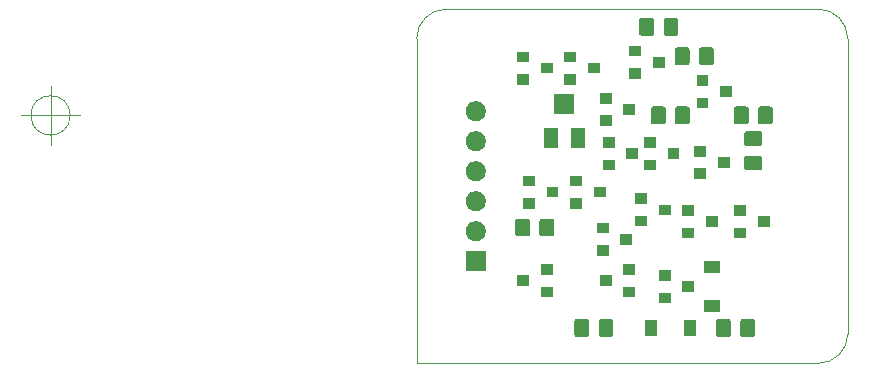
<source format=gbr>
G04 #@! TF.GenerationSoftware,KiCad,Pcbnew,5.1.2*
G04 #@! TF.CreationDate,2019-05-24T19:47:36-03:00*
G04 #@! TF.ProjectId,ouroboros,6f75726f-626f-4726-9f73-2e6b69636164,rev?*
G04 #@! TF.SameCoordinates,Original*
G04 #@! TF.FileFunction,Soldermask,Top*
G04 #@! TF.FilePolarity,Negative*
%FSLAX46Y46*%
G04 Gerber Fmt 4.6, Leading zero omitted, Abs format (unit mm)*
G04 Created by KiCad (PCBNEW 5.1.2) date 2019-05-24 19:47:36*
%MOMM*%
%LPD*%
G04 APERTURE LIST*
%ADD10C,0.120000*%
%ADD11C,0.050000*%
%ADD12C,0.200000*%
G04 APERTURE END LIST*
D10*
X123000000Y-59000000D02*
G75*
G02X125500000Y-61500000I0J-2500000D01*
G01*
X125500000Y-86500000D02*
G75*
G02X123000000Y-89000000I-2500000J0D01*
G01*
X89000000Y-61500000D02*
G75*
G02X91500000Y-59000000I2500000J0D01*
G01*
D11*
X59666666Y-68000000D02*
G75*
G03X59666666Y-68000000I-1666666J0D01*
G01*
X55500000Y-68000000D02*
X60500000Y-68000000D01*
X58000000Y-65500000D02*
X58000000Y-70500000D01*
D10*
X89000000Y-89000000D02*
X89000000Y-61500000D01*
X123000000Y-89000000D02*
X89000000Y-89000000D01*
X125500000Y-61500000D02*
X125500000Y-86500000D01*
X91500000Y-59000000D02*
X123000000Y-59000000D01*
D12*
G36*
X117488674Y-85253465D02*
G01*
X117526367Y-85264899D01*
X117561103Y-85283466D01*
X117591548Y-85308452D01*
X117616534Y-85338897D01*
X117635101Y-85373633D01*
X117646535Y-85411326D01*
X117651000Y-85456661D01*
X117651000Y-86543339D01*
X117646535Y-86588674D01*
X117635101Y-86626367D01*
X117616534Y-86661103D01*
X117591548Y-86691548D01*
X117561103Y-86716534D01*
X117526367Y-86735101D01*
X117488674Y-86746535D01*
X117443339Y-86751000D01*
X116606661Y-86751000D01*
X116561326Y-86746535D01*
X116523633Y-86735101D01*
X116488897Y-86716534D01*
X116458452Y-86691548D01*
X116433466Y-86661103D01*
X116414899Y-86626367D01*
X116403465Y-86588674D01*
X116399000Y-86543339D01*
X116399000Y-85456661D01*
X116403465Y-85411326D01*
X116414899Y-85373633D01*
X116433466Y-85338897D01*
X116458452Y-85308452D01*
X116488897Y-85283466D01*
X116523633Y-85264899D01*
X116561326Y-85253465D01*
X116606661Y-85249000D01*
X117443339Y-85249000D01*
X117488674Y-85253465D01*
X117488674Y-85253465D01*
G37*
G36*
X115438674Y-85253465D02*
G01*
X115476367Y-85264899D01*
X115511103Y-85283466D01*
X115541548Y-85308452D01*
X115566534Y-85338897D01*
X115585101Y-85373633D01*
X115596535Y-85411326D01*
X115601000Y-85456661D01*
X115601000Y-86543339D01*
X115596535Y-86588674D01*
X115585101Y-86626367D01*
X115566534Y-86661103D01*
X115541548Y-86691548D01*
X115511103Y-86716534D01*
X115476367Y-86735101D01*
X115438674Y-86746535D01*
X115393339Y-86751000D01*
X114556661Y-86751000D01*
X114511326Y-86746535D01*
X114473633Y-86735101D01*
X114438897Y-86716534D01*
X114408452Y-86691548D01*
X114383466Y-86661103D01*
X114364899Y-86626367D01*
X114353465Y-86588674D01*
X114349000Y-86543339D01*
X114349000Y-85456661D01*
X114353465Y-85411326D01*
X114364899Y-85373633D01*
X114383466Y-85338897D01*
X114408452Y-85308452D01*
X114438897Y-85283466D01*
X114473633Y-85264899D01*
X114511326Y-85253465D01*
X114556661Y-85249000D01*
X115393339Y-85249000D01*
X115438674Y-85253465D01*
X115438674Y-85253465D01*
G37*
G36*
X103438674Y-85253465D02*
G01*
X103476367Y-85264899D01*
X103511103Y-85283466D01*
X103541548Y-85308452D01*
X103566534Y-85338897D01*
X103585101Y-85373633D01*
X103596535Y-85411326D01*
X103601000Y-85456661D01*
X103601000Y-86543339D01*
X103596535Y-86588674D01*
X103585101Y-86626367D01*
X103566534Y-86661103D01*
X103541548Y-86691548D01*
X103511103Y-86716534D01*
X103476367Y-86735101D01*
X103438674Y-86746535D01*
X103393339Y-86751000D01*
X102556661Y-86751000D01*
X102511326Y-86746535D01*
X102473633Y-86735101D01*
X102438897Y-86716534D01*
X102408452Y-86691548D01*
X102383466Y-86661103D01*
X102364899Y-86626367D01*
X102353465Y-86588674D01*
X102349000Y-86543339D01*
X102349000Y-85456661D01*
X102353465Y-85411326D01*
X102364899Y-85373633D01*
X102383466Y-85338897D01*
X102408452Y-85308452D01*
X102438897Y-85283466D01*
X102473633Y-85264899D01*
X102511326Y-85253465D01*
X102556661Y-85249000D01*
X103393339Y-85249000D01*
X103438674Y-85253465D01*
X103438674Y-85253465D01*
G37*
G36*
X105488674Y-85253465D02*
G01*
X105526367Y-85264899D01*
X105561103Y-85283466D01*
X105591548Y-85308452D01*
X105616534Y-85338897D01*
X105635101Y-85373633D01*
X105646535Y-85411326D01*
X105651000Y-85456661D01*
X105651000Y-86543339D01*
X105646535Y-86588674D01*
X105635101Y-86626367D01*
X105616534Y-86661103D01*
X105591548Y-86691548D01*
X105561103Y-86716534D01*
X105526367Y-86735101D01*
X105488674Y-86746535D01*
X105443339Y-86751000D01*
X104606661Y-86751000D01*
X104561326Y-86746535D01*
X104523633Y-86735101D01*
X104488897Y-86716534D01*
X104458452Y-86691548D01*
X104433466Y-86661103D01*
X104414899Y-86626367D01*
X104403465Y-86588674D01*
X104399000Y-86543339D01*
X104399000Y-85456661D01*
X104403465Y-85411326D01*
X104414899Y-85373633D01*
X104433466Y-85338897D01*
X104458452Y-85308452D01*
X104488897Y-85283466D01*
X104523633Y-85264899D01*
X104561326Y-85253465D01*
X104606661Y-85249000D01*
X105443339Y-85249000D01*
X105488674Y-85253465D01*
X105488674Y-85253465D01*
G37*
G36*
X109351000Y-86651000D02*
G01*
X108349000Y-86651000D01*
X108349000Y-85349000D01*
X109351000Y-85349000D01*
X109351000Y-86651000D01*
X109351000Y-86651000D01*
G37*
G36*
X112651000Y-86651000D02*
G01*
X111649000Y-86651000D01*
X111649000Y-85349000D01*
X112651000Y-85349000D01*
X112651000Y-86651000D01*
X112651000Y-86651000D01*
G37*
G36*
X114651000Y-84651000D02*
G01*
X113349000Y-84651000D01*
X113349000Y-83649000D01*
X114651000Y-83649000D01*
X114651000Y-84651000D01*
X114651000Y-84651000D01*
G37*
G36*
X110501000Y-83901000D02*
G01*
X109499000Y-83901000D01*
X109499000Y-82999000D01*
X110501000Y-82999000D01*
X110501000Y-83901000D01*
X110501000Y-83901000D01*
G37*
G36*
X107501000Y-83401000D02*
G01*
X106499000Y-83401000D01*
X106499000Y-82499000D01*
X107501000Y-82499000D01*
X107501000Y-83401000D01*
X107501000Y-83401000D01*
G37*
G36*
X100501000Y-83401000D02*
G01*
X99499000Y-83401000D01*
X99499000Y-82499000D01*
X100501000Y-82499000D01*
X100501000Y-83401000D01*
X100501000Y-83401000D01*
G37*
G36*
X112501000Y-82951000D02*
G01*
X111499000Y-82951000D01*
X111499000Y-82049000D01*
X112501000Y-82049000D01*
X112501000Y-82951000D01*
X112501000Y-82951000D01*
G37*
G36*
X98501000Y-82451000D02*
G01*
X97499000Y-82451000D01*
X97499000Y-81549000D01*
X98501000Y-81549000D01*
X98501000Y-82451000D01*
X98501000Y-82451000D01*
G37*
G36*
X105501000Y-82451000D02*
G01*
X104499000Y-82451000D01*
X104499000Y-81549000D01*
X105501000Y-81549000D01*
X105501000Y-82451000D01*
X105501000Y-82451000D01*
G37*
G36*
X110501000Y-82001000D02*
G01*
X109499000Y-82001000D01*
X109499000Y-81099000D01*
X110501000Y-81099000D01*
X110501000Y-82001000D01*
X110501000Y-82001000D01*
G37*
G36*
X107501000Y-81501000D02*
G01*
X106499000Y-81501000D01*
X106499000Y-80599000D01*
X107501000Y-80599000D01*
X107501000Y-81501000D01*
X107501000Y-81501000D01*
G37*
G36*
X100501000Y-81501000D02*
G01*
X99499000Y-81501000D01*
X99499000Y-80599000D01*
X100501000Y-80599000D01*
X100501000Y-81501000D01*
X100501000Y-81501000D01*
G37*
G36*
X114651000Y-81351000D02*
G01*
X113349000Y-81351000D01*
X113349000Y-80349000D01*
X114651000Y-80349000D01*
X114651000Y-81351000D01*
X114651000Y-81351000D01*
G37*
G36*
X94851000Y-81201000D02*
G01*
X93149000Y-81201000D01*
X93149000Y-79499000D01*
X94851000Y-79499000D01*
X94851000Y-81201000D01*
X94851000Y-81201000D01*
G37*
G36*
X105251000Y-79901000D02*
G01*
X104249000Y-79901000D01*
X104249000Y-78999000D01*
X105251000Y-78999000D01*
X105251000Y-79901000D01*
X105251000Y-79901000D01*
G37*
G36*
X107251000Y-78951000D02*
G01*
X106249000Y-78951000D01*
X106249000Y-78049000D01*
X107251000Y-78049000D01*
X107251000Y-78951000D01*
X107251000Y-78951000D01*
G37*
G36*
X94248228Y-76991703D02*
G01*
X94403100Y-77055853D01*
X94542481Y-77148985D01*
X94661015Y-77267519D01*
X94754147Y-77406900D01*
X94818297Y-77561772D01*
X94851000Y-77726184D01*
X94851000Y-77893816D01*
X94818297Y-78058228D01*
X94754147Y-78213100D01*
X94661015Y-78352481D01*
X94542481Y-78471015D01*
X94403100Y-78564147D01*
X94248228Y-78628297D01*
X94083816Y-78661000D01*
X93916184Y-78661000D01*
X93751772Y-78628297D01*
X93596900Y-78564147D01*
X93457519Y-78471015D01*
X93338985Y-78352481D01*
X93245853Y-78213100D01*
X93181703Y-78058228D01*
X93149000Y-77893816D01*
X93149000Y-77726184D01*
X93181703Y-77561772D01*
X93245853Y-77406900D01*
X93338985Y-77267519D01*
X93457519Y-77148985D01*
X93596900Y-77055853D01*
X93751772Y-76991703D01*
X93916184Y-76959000D01*
X94083816Y-76959000D01*
X94248228Y-76991703D01*
X94248228Y-76991703D01*
G37*
G36*
X112501000Y-78401000D02*
G01*
X111499000Y-78401000D01*
X111499000Y-77499000D01*
X112501000Y-77499000D01*
X112501000Y-78401000D01*
X112501000Y-78401000D01*
G37*
G36*
X116901000Y-78401000D02*
G01*
X115899000Y-78401000D01*
X115899000Y-77499000D01*
X116901000Y-77499000D01*
X116901000Y-78401000D01*
X116901000Y-78401000D01*
G37*
G36*
X100488674Y-76753465D02*
G01*
X100526367Y-76764899D01*
X100561103Y-76783466D01*
X100591548Y-76808452D01*
X100616534Y-76838897D01*
X100635101Y-76873633D01*
X100646535Y-76911326D01*
X100651000Y-76956661D01*
X100651000Y-78043339D01*
X100646535Y-78088674D01*
X100635101Y-78126367D01*
X100616534Y-78161103D01*
X100591548Y-78191548D01*
X100561103Y-78216534D01*
X100526367Y-78235101D01*
X100488674Y-78246535D01*
X100443339Y-78251000D01*
X99606661Y-78251000D01*
X99561326Y-78246535D01*
X99523633Y-78235101D01*
X99488897Y-78216534D01*
X99458452Y-78191548D01*
X99433466Y-78161103D01*
X99414899Y-78126367D01*
X99403465Y-78088674D01*
X99399000Y-78043339D01*
X99399000Y-76956661D01*
X99403465Y-76911326D01*
X99414899Y-76873633D01*
X99433466Y-76838897D01*
X99458452Y-76808452D01*
X99488897Y-76783466D01*
X99523633Y-76764899D01*
X99561326Y-76753465D01*
X99606661Y-76749000D01*
X100443339Y-76749000D01*
X100488674Y-76753465D01*
X100488674Y-76753465D01*
G37*
G36*
X98438674Y-76753465D02*
G01*
X98476367Y-76764899D01*
X98511103Y-76783466D01*
X98541548Y-76808452D01*
X98566534Y-76838897D01*
X98585101Y-76873633D01*
X98596535Y-76911326D01*
X98601000Y-76956661D01*
X98601000Y-78043339D01*
X98596535Y-78088674D01*
X98585101Y-78126367D01*
X98566534Y-78161103D01*
X98541548Y-78191548D01*
X98511103Y-78216534D01*
X98476367Y-78235101D01*
X98438674Y-78246535D01*
X98393339Y-78251000D01*
X97556661Y-78251000D01*
X97511326Y-78246535D01*
X97473633Y-78235101D01*
X97438897Y-78216534D01*
X97408452Y-78191548D01*
X97383466Y-78161103D01*
X97364899Y-78126367D01*
X97353465Y-78088674D01*
X97349000Y-78043339D01*
X97349000Y-76956661D01*
X97353465Y-76911326D01*
X97364899Y-76873633D01*
X97383466Y-76838897D01*
X97408452Y-76808452D01*
X97438897Y-76783466D01*
X97473633Y-76764899D01*
X97511326Y-76753465D01*
X97556661Y-76749000D01*
X98393339Y-76749000D01*
X98438674Y-76753465D01*
X98438674Y-76753465D01*
G37*
G36*
X105251000Y-78001000D02*
G01*
X104249000Y-78001000D01*
X104249000Y-77099000D01*
X105251000Y-77099000D01*
X105251000Y-78001000D01*
X105251000Y-78001000D01*
G37*
G36*
X118901000Y-77451000D02*
G01*
X117899000Y-77451000D01*
X117899000Y-76549000D01*
X118901000Y-76549000D01*
X118901000Y-77451000D01*
X118901000Y-77451000D01*
G37*
G36*
X114501000Y-77451000D02*
G01*
X113499000Y-77451000D01*
X113499000Y-76549000D01*
X114501000Y-76549000D01*
X114501000Y-77451000D01*
X114501000Y-77451000D01*
G37*
G36*
X108501000Y-77401000D02*
G01*
X107499000Y-77401000D01*
X107499000Y-76499000D01*
X108501000Y-76499000D01*
X108501000Y-77401000D01*
X108501000Y-77401000D01*
G37*
G36*
X112501000Y-76501000D02*
G01*
X111499000Y-76501000D01*
X111499000Y-75599000D01*
X112501000Y-75599000D01*
X112501000Y-76501000D01*
X112501000Y-76501000D01*
G37*
G36*
X116901000Y-76501000D02*
G01*
X115899000Y-76501000D01*
X115899000Y-75599000D01*
X116901000Y-75599000D01*
X116901000Y-76501000D01*
X116901000Y-76501000D01*
G37*
G36*
X110501000Y-76451000D02*
G01*
X109499000Y-76451000D01*
X109499000Y-75549000D01*
X110501000Y-75549000D01*
X110501000Y-76451000D01*
X110501000Y-76451000D01*
G37*
G36*
X94248228Y-74451703D02*
G01*
X94403100Y-74515853D01*
X94542481Y-74608985D01*
X94661015Y-74727519D01*
X94754147Y-74866900D01*
X94818297Y-75021772D01*
X94851000Y-75186184D01*
X94851000Y-75353816D01*
X94818297Y-75518228D01*
X94754147Y-75673100D01*
X94661015Y-75812481D01*
X94542481Y-75931015D01*
X94403100Y-76024147D01*
X94248228Y-76088297D01*
X94083816Y-76121000D01*
X93916184Y-76121000D01*
X93751772Y-76088297D01*
X93596900Y-76024147D01*
X93457519Y-75931015D01*
X93338985Y-75812481D01*
X93245853Y-75673100D01*
X93181703Y-75518228D01*
X93149000Y-75353816D01*
X93149000Y-75186184D01*
X93181703Y-75021772D01*
X93245853Y-74866900D01*
X93338985Y-74727519D01*
X93457519Y-74608985D01*
X93596900Y-74515853D01*
X93751772Y-74451703D01*
X93916184Y-74419000D01*
X94083816Y-74419000D01*
X94248228Y-74451703D01*
X94248228Y-74451703D01*
G37*
G36*
X103001000Y-75901000D02*
G01*
X101999000Y-75901000D01*
X101999000Y-74999000D01*
X103001000Y-74999000D01*
X103001000Y-75901000D01*
X103001000Y-75901000D01*
G37*
G36*
X99001000Y-75901000D02*
G01*
X97999000Y-75901000D01*
X97999000Y-74999000D01*
X99001000Y-74999000D01*
X99001000Y-75901000D01*
X99001000Y-75901000D01*
G37*
G36*
X108501000Y-75501000D02*
G01*
X107499000Y-75501000D01*
X107499000Y-74599000D01*
X108501000Y-74599000D01*
X108501000Y-75501000D01*
X108501000Y-75501000D01*
G37*
G36*
X101001000Y-74951000D02*
G01*
X99999000Y-74951000D01*
X99999000Y-74049000D01*
X101001000Y-74049000D01*
X101001000Y-74951000D01*
X101001000Y-74951000D01*
G37*
G36*
X105001000Y-74951000D02*
G01*
X103999000Y-74951000D01*
X103999000Y-74049000D01*
X105001000Y-74049000D01*
X105001000Y-74951000D01*
X105001000Y-74951000D01*
G37*
G36*
X103001000Y-74001000D02*
G01*
X101999000Y-74001000D01*
X101999000Y-73099000D01*
X103001000Y-73099000D01*
X103001000Y-74001000D01*
X103001000Y-74001000D01*
G37*
G36*
X99001000Y-74001000D02*
G01*
X97999000Y-74001000D01*
X97999000Y-73099000D01*
X99001000Y-73099000D01*
X99001000Y-74001000D01*
X99001000Y-74001000D01*
G37*
G36*
X94248228Y-71911703D02*
G01*
X94403100Y-71975853D01*
X94542481Y-72068985D01*
X94661015Y-72187519D01*
X94754147Y-72326900D01*
X94818297Y-72481772D01*
X94851000Y-72646184D01*
X94851000Y-72813816D01*
X94818297Y-72978228D01*
X94754147Y-73133100D01*
X94661015Y-73272481D01*
X94542481Y-73391015D01*
X94403100Y-73484147D01*
X94248228Y-73548297D01*
X94083816Y-73581000D01*
X93916184Y-73581000D01*
X93751772Y-73548297D01*
X93596900Y-73484147D01*
X93457519Y-73391015D01*
X93338985Y-73272481D01*
X93245853Y-73133100D01*
X93181703Y-72978228D01*
X93149000Y-72813816D01*
X93149000Y-72646184D01*
X93181703Y-72481772D01*
X93245853Y-72326900D01*
X93338985Y-72187519D01*
X93457519Y-72068985D01*
X93596900Y-71975853D01*
X93751772Y-71911703D01*
X93916184Y-71879000D01*
X94083816Y-71879000D01*
X94248228Y-71911703D01*
X94248228Y-71911703D01*
G37*
G36*
X113501000Y-73401000D02*
G01*
X112499000Y-73401000D01*
X112499000Y-72499000D01*
X113501000Y-72499000D01*
X113501000Y-73401000D01*
X113501000Y-73401000D01*
G37*
G36*
X109251000Y-72651000D02*
G01*
X108249000Y-72651000D01*
X108249000Y-71749000D01*
X109251000Y-71749000D01*
X109251000Y-72651000D01*
X109251000Y-72651000D01*
G37*
G36*
X118088674Y-71403465D02*
G01*
X118126367Y-71414899D01*
X118161103Y-71433466D01*
X118191548Y-71458452D01*
X118216534Y-71488897D01*
X118235101Y-71523633D01*
X118246535Y-71561326D01*
X118251000Y-71606661D01*
X118251000Y-72443339D01*
X118246535Y-72488674D01*
X118235101Y-72526367D01*
X118216534Y-72561103D01*
X118191548Y-72591548D01*
X118161103Y-72616534D01*
X118126367Y-72635101D01*
X118088674Y-72646535D01*
X118043339Y-72651000D01*
X116956661Y-72651000D01*
X116911326Y-72646535D01*
X116873633Y-72635101D01*
X116838897Y-72616534D01*
X116808452Y-72591548D01*
X116783466Y-72561103D01*
X116764899Y-72526367D01*
X116753465Y-72488674D01*
X116749000Y-72443339D01*
X116749000Y-71606661D01*
X116753465Y-71561326D01*
X116764899Y-71523633D01*
X116783466Y-71488897D01*
X116808452Y-71458452D01*
X116838897Y-71433466D01*
X116873633Y-71414899D01*
X116911326Y-71403465D01*
X116956661Y-71399000D01*
X118043339Y-71399000D01*
X118088674Y-71403465D01*
X118088674Y-71403465D01*
G37*
G36*
X105751000Y-72651000D02*
G01*
X104749000Y-72651000D01*
X104749000Y-71749000D01*
X105751000Y-71749000D01*
X105751000Y-72651000D01*
X105751000Y-72651000D01*
G37*
G36*
X115501000Y-72451000D02*
G01*
X114499000Y-72451000D01*
X114499000Y-71549000D01*
X115501000Y-71549000D01*
X115501000Y-72451000D01*
X115501000Y-72451000D01*
G37*
G36*
X111251000Y-71701000D02*
G01*
X110249000Y-71701000D01*
X110249000Y-70799000D01*
X111251000Y-70799000D01*
X111251000Y-71701000D01*
X111251000Y-71701000D01*
G37*
G36*
X107751000Y-71701000D02*
G01*
X106749000Y-71701000D01*
X106749000Y-70799000D01*
X107751000Y-70799000D01*
X107751000Y-71701000D01*
X107751000Y-71701000D01*
G37*
G36*
X113501000Y-71501000D02*
G01*
X112499000Y-71501000D01*
X112499000Y-70599000D01*
X113501000Y-70599000D01*
X113501000Y-71501000D01*
X113501000Y-71501000D01*
G37*
G36*
X94248228Y-69371703D02*
G01*
X94403100Y-69435853D01*
X94542481Y-69528985D01*
X94661015Y-69647519D01*
X94754147Y-69786900D01*
X94818297Y-69941772D01*
X94851000Y-70106184D01*
X94851000Y-70273816D01*
X94818297Y-70438228D01*
X94754147Y-70593100D01*
X94661015Y-70732481D01*
X94542481Y-70851015D01*
X94403100Y-70944147D01*
X94248228Y-71008297D01*
X94083816Y-71041000D01*
X93916184Y-71041000D01*
X93751772Y-71008297D01*
X93596900Y-70944147D01*
X93457519Y-70851015D01*
X93338985Y-70732481D01*
X93245853Y-70593100D01*
X93181703Y-70438228D01*
X93149000Y-70273816D01*
X93149000Y-70106184D01*
X93181703Y-69941772D01*
X93245853Y-69786900D01*
X93338985Y-69647519D01*
X93457519Y-69528985D01*
X93596900Y-69435853D01*
X93751772Y-69371703D01*
X93916184Y-69339000D01*
X94083816Y-69339000D01*
X94248228Y-69371703D01*
X94248228Y-69371703D01*
G37*
G36*
X103234622Y-69099981D02*
G01*
X103238299Y-69101097D01*
X103241688Y-69102908D01*
X103244656Y-69105344D01*
X103247092Y-69108312D01*
X103248903Y-69111701D01*
X103250019Y-69115378D01*
X103251000Y-69125340D01*
X103251000Y-70774660D01*
X103250019Y-70784622D01*
X103248903Y-70788299D01*
X103247092Y-70791688D01*
X103244656Y-70794656D01*
X103241688Y-70797092D01*
X103238299Y-70798903D01*
X103234622Y-70800019D01*
X103224660Y-70801000D01*
X102075340Y-70801000D01*
X102065378Y-70800019D01*
X102061701Y-70798903D01*
X102058312Y-70797092D01*
X102055344Y-70794656D01*
X102052908Y-70791688D01*
X102051097Y-70788299D01*
X102049981Y-70784622D01*
X102049000Y-70774660D01*
X102049000Y-69125340D01*
X102049981Y-69115378D01*
X102051097Y-69111701D01*
X102052908Y-69108312D01*
X102055344Y-69105344D01*
X102058312Y-69102908D01*
X102061701Y-69101097D01*
X102065378Y-69099981D01*
X102075340Y-69099000D01*
X103224660Y-69099000D01*
X103234622Y-69099981D01*
X103234622Y-69099981D01*
G37*
G36*
X100934622Y-69099981D02*
G01*
X100938299Y-69101097D01*
X100941688Y-69102908D01*
X100944656Y-69105344D01*
X100947092Y-69108312D01*
X100948903Y-69111701D01*
X100950019Y-69115378D01*
X100951000Y-69125340D01*
X100951000Y-70774660D01*
X100950019Y-70784622D01*
X100948903Y-70788299D01*
X100947092Y-70791688D01*
X100944656Y-70794656D01*
X100941688Y-70797092D01*
X100938299Y-70798903D01*
X100934622Y-70800019D01*
X100924660Y-70801000D01*
X99775340Y-70801000D01*
X99765378Y-70800019D01*
X99761701Y-70798903D01*
X99758312Y-70797092D01*
X99755344Y-70794656D01*
X99752908Y-70791688D01*
X99751097Y-70788299D01*
X99749981Y-70784622D01*
X99749000Y-70774660D01*
X99749000Y-69125340D01*
X99749981Y-69115378D01*
X99751097Y-69111701D01*
X99752908Y-69108312D01*
X99755344Y-69105344D01*
X99758312Y-69102908D01*
X99761701Y-69101097D01*
X99765378Y-69099981D01*
X99775340Y-69099000D01*
X100924660Y-69099000D01*
X100934622Y-69099981D01*
X100934622Y-69099981D01*
G37*
G36*
X109251000Y-70751000D02*
G01*
X108249000Y-70751000D01*
X108249000Y-69849000D01*
X109251000Y-69849000D01*
X109251000Y-70751000D01*
X109251000Y-70751000D01*
G37*
G36*
X105751000Y-70751000D02*
G01*
X104749000Y-70751000D01*
X104749000Y-69849000D01*
X105751000Y-69849000D01*
X105751000Y-70751000D01*
X105751000Y-70751000D01*
G37*
G36*
X118088674Y-69353465D02*
G01*
X118126367Y-69364899D01*
X118161103Y-69383466D01*
X118191548Y-69408452D01*
X118216534Y-69438897D01*
X118235101Y-69473633D01*
X118246535Y-69511326D01*
X118251000Y-69556661D01*
X118251000Y-70393339D01*
X118246535Y-70438674D01*
X118235101Y-70476367D01*
X118216534Y-70511103D01*
X118191548Y-70541548D01*
X118161103Y-70566534D01*
X118126367Y-70585101D01*
X118088674Y-70596535D01*
X118043339Y-70601000D01*
X116956661Y-70601000D01*
X116911326Y-70596535D01*
X116873633Y-70585101D01*
X116838897Y-70566534D01*
X116808452Y-70541548D01*
X116783466Y-70511103D01*
X116764899Y-70476367D01*
X116753465Y-70438674D01*
X116749000Y-70393339D01*
X116749000Y-69556661D01*
X116753465Y-69511326D01*
X116764899Y-69473633D01*
X116783466Y-69438897D01*
X116808452Y-69408452D01*
X116838897Y-69383466D01*
X116873633Y-69364899D01*
X116911326Y-69353465D01*
X116956661Y-69349000D01*
X118043339Y-69349000D01*
X118088674Y-69353465D01*
X118088674Y-69353465D01*
G37*
G36*
X105501000Y-68901000D02*
G01*
X104499000Y-68901000D01*
X104499000Y-67999000D01*
X105501000Y-67999000D01*
X105501000Y-68901000D01*
X105501000Y-68901000D01*
G37*
G36*
X116938674Y-67253465D02*
G01*
X116976367Y-67264899D01*
X117011103Y-67283466D01*
X117041548Y-67308452D01*
X117066534Y-67338897D01*
X117085101Y-67373633D01*
X117096535Y-67411326D01*
X117101000Y-67456661D01*
X117101000Y-68543339D01*
X117096535Y-68588674D01*
X117085101Y-68626367D01*
X117066534Y-68661103D01*
X117041548Y-68691548D01*
X117011103Y-68716534D01*
X116976367Y-68735101D01*
X116938674Y-68746535D01*
X116893339Y-68751000D01*
X116056661Y-68751000D01*
X116011326Y-68746535D01*
X115973633Y-68735101D01*
X115938897Y-68716534D01*
X115908452Y-68691548D01*
X115883466Y-68661103D01*
X115864899Y-68626367D01*
X115853465Y-68588674D01*
X115849000Y-68543339D01*
X115849000Y-67456661D01*
X115853465Y-67411326D01*
X115864899Y-67373633D01*
X115883466Y-67338897D01*
X115908452Y-67308452D01*
X115938897Y-67283466D01*
X115973633Y-67264899D01*
X116011326Y-67253465D01*
X116056661Y-67249000D01*
X116893339Y-67249000D01*
X116938674Y-67253465D01*
X116938674Y-67253465D01*
G37*
G36*
X118988674Y-67253465D02*
G01*
X119026367Y-67264899D01*
X119061103Y-67283466D01*
X119091548Y-67308452D01*
X119116534Y-67338897D01*
X119135101Y-67373633D01*
X119146535Y-67411326D01*
X119151000Y-67456661D01*
X119151000Y-68543339D01*
X119146535Y-68588674D01*
X119135101Y-68626367D01*
X119116534Y-68661103D01*
X119091548Y-68691548D01*
X119061103Y-68716534D01*
X119026367Y-68735101D01*
X118988674Y-68746535D01*
X118943339Y-68751000D01*
X118106661Y-68751000D01*
X118061326Y-68746535D01*
X118023633Y-68735101D01*
X117988897Y-68716534D01*
X117958452Y-68691548D01*
X117933466Y-68661103D01*
X117914899Y-68626367D01*
X117903465Y-68588674D01*
X117899000Y-68543339D01*
X117899000Y-67456661D01*
X117903465Y-67411326D01*
X117914899Y-67373633D01*
X117933466Y-67338897D01*
X117958452Y-67308452D01*
X117988897Y-67283466D01*
X118023633Y-67264899D01*
X118061326Y-67253465D01*
X118106661Y-67249000D01*
X118943339Y-67249000D01*
X118988674Y-67253465D01*
X118988674Y-67253465D01*
G37*
G36*
X111963674Y-67253465D02*
G01*
X112001367Y-67264899D01*
X112036103Y-67283466D01*
X112066548Y-67308452D01*
X112091534Y-67338897D01*
X112110101Y-67373633D01*
X112121535Y-67411326D01*
X112126000Y-67456661D01*
X112126000Y-68543339D01*
X112121535Y-68588674D01*
X112110101Y-68626367D01*
X112091534Y-68661103D01*
X112066548Y-68691548D01*
X112036103Y-68716534D01*
X112001367Y-68735101D01*
X111963674Y-68746535D01*
X111918339Y-68751000D01*
X111081661Y-68751000D01*
X111036326Y-68746535D01*
X110998633Y-68735101D01*
X110963897Y-68716534D01*
X110933452Y-68691548D01*
X110908466Y-68661103D01*
X110889899Y-68626367D01*
X110878465Y-68588674D01*
X110874000Y-68543339D01*
X110874000Y-67456661D01*
X110878465Y-67411326D01*
X110889899Y-67373633D01*
X110908466Y-67338897D01*
X110933452Y-67308452D01*
X110963897Y-67283466D01*
X110998633Y-67264899D01*
X111036326Y-67253465D01*
X111081661Y-67249000D01*
X111918339Y-67249000D01*
X111963674Y-67253465D01*
X111963674Y-67253465D01*
G37*
G36*
X109913674Y-67253465D02*
G01*
X109951367Y-67264899D01*
X109986103Y-67283466D01*
X110016548Y-67308452D01*
X110041534Y-67338897D01*
X110060101Y-67373633D01*
X110071535Y-67411326D01*
X110076000Y-67456661D01*
X110076000Y-68543339D01*
X110071535Y-68588674D01*
X110060101Y-68626367D01*
X110041534Y-68661103D01*
X110016548Y-68691548D01*
X109986103Y-68716534D01*
X109951367Y-68735101D01*
X109913674Y-68746535D01*
X109868339Y-68751000D01*
X109031661Y-68751000D01*
X108986326Y-68746535D01*
X108948633Y-68735101D01*
X108913897Y-68716534D01*
X108883452Y-68691548D01*
X108858466Y-68661103D01*
X108839899Y-68626367D01*
X108828465Y-68588674D01*
X108824000Y-68543339D01*
X108824000Y-67456661D01*
X108828465Y-67411326D01*
X108839899Y-67373633D01*
X108858466Y-67338897D01*
X108883452Y-67308452D01*
X108913897Y-67283466D01*
X108948633Y-67264899D01*
X108986326Y-67253465D01*
X109031661Y-67249000D01*
X109868339Y-67249000D01*
X109913674Y-67253465D01*
X109913674Y-67253465D01*
G37*
G36*
X94248228Y-66831703D02*
G01*
X94403100Y-66895853D01*
X94542481Y-66988985D01*
X94661015Y-67107519D01*
X94754147Y-67246900D01*
X94818297Y-67401772D01*
X94851000Y-67566184D01*
X94851000Y-67733816D01*
X94818297Y-67898228D01*
X94754147Y-68053100D01*
X94661015Y-68192481D01*
X94542481Y-68311015D01*
X94403100Y-68404147D01*
X94248228Y-68468297D01*
X94083816Y-68501000D01*
X93916184Y-68501000D01*
X93751772Y-68468297D01*
X93596900Y-68404147D01*
X93457519Y-68311015D01*
X93338985Y-68192481D01*
X93245853Y-68053100D01*
X93181703Y-67898228D01*
X93149000Y-67733816D01*
X93149000Y-67566184D01*
X93181703Y-67401772D01*
X93245853Y-67246900D01*
X93338985Y-67107519D01*
X93457519Y-66988985D01*
X93596900Y-66895853D01*
X93751772Y-66831703D01*
X93916184Y-66799000D01*
X94083816Y-66799000D01*
X94248228Y-66831703D01*
X94248228Y-66831703D01*
G37*
G36*
X107501000Y-67951000D02*
G01*
X106499000Y-67951000D01*
X106499000Y-67049000D01*
X107501000Y-67049000D01*
X107501000Y-67951000D01*
X107501000Y-67951000D01*
G37*
G36*
X102294375Y-66200942D02*
G01*
X102307437Y-66204904D01*
X102319465Y-66211333D01*
X102330011Y-66219989D01*
X102338667Y-66230535D01*
X102345096Y-66242563D01*
X102349058Y-66255625D01*
X102351000Y-66275341D01*
X102351000Y-67824659D01*
X102349058Y-67844375D01*
X102345096Y-67857437D01*
X102338667Y-67869465D01*
X102330011Y-67880011D01*
X102319465Y-67888667D01*
X102307437Y-67895096D01*
X102294375Y-67899058D01*
X102274659Y-67901000D01*
X100725341Y-67901000D01*
X100705625Y-67899058D01*
X100692563Y-67895096D01*
X100680535Y-67888667D01*
X100669989Y-67880011D01*
X100661333Y-67869465D01*
X100654904Y-67857437D01*
X100650942Y-67844375D01*
X100649000Y-67824659D01*
X100649000Y-66275341D01*
X100650942Y-66255625D01*
X100654904Y-66242563D01*
X100661333Y-66230535D01*
X100669989Y-66219989D01*
X100680535Y-66211333D01*
X100692563Y-66204904D01*
X100705625Y-66200942D01*
X100725341Y-66199000D01*
X102274659Y-66199000D01*
X102294375Y-66200942D01*
X102294375Y-66200942D01*
G37*
G36*
X113701000Y-67401000D02*
G01*
X112699000Y-67401000D01*
X112699000Y-66499000D01*
X113701000Y-66499000D01*
X113701000Y-67401000D01*
X113701000Y-67401000D01*
G37*
G36*
X105501000Y-67001000D02*
G01*
X104499000Y-67001000D01*
X104499000Y-66099000D01*
X105501000Y-66099000D01*
X105501000Y-67001000D01*
X105501000Y-67001000D01*
G37*
G36*
X115701000Y-66451000D02*
G01*
X114699000Y-66451000D01*
X114699000Y-65549000D01*
X115701000Y-65549000D01*
X115701000Y-66451000D01*
X115701000Y-66451000D01*
G37*
G36*
X113701000Y-65501000D02*
G01*
X112699000Y-65501000D01*
X112699000Y-64599000D01*
X113701000Y-64599000D01*
X113701000Y-65501000D01*
X113701000Y-65501000D01*
G37*
G36*
X98501000Y-65401000D02*
G01*
X97499000Y-65401000D01*
X97499000Y-64499000D01*
X98501000Y-64499000D01*
X98501000Y-65401000D01*
X98501000Y-65401000D01*
G37*
G36*
X102501000Y-65401000D02*
G01*
X101499000Y-65401000D01*
X101499000Y-64499000D01*
X102501000Y-64499000D01*
X102501000Y-65401000D01*
X102501000Y-65401000D01*
G37*
G36*
X108001000Y-64901000D02*
G01*
X106999000Y-64901000D01*
X106999000Y-63999000D01*
X108001000Y-63999000D01*
X108001000Y-64901000D01*
X108001000Y-64901000D01*
G37*
G36*
X100501000Y-64451000D02*
G01*
X99499000Y-64451000D01*
X99499000Y-63549000D01*
X100501000Y-63549000D01*
X100501000Y-64451000D01*
X100501000Y-64451000D01*
G37*
G36*
X104501000Y-64451000D02*
G01*
X103499000Y-64451000D01*
X103499000Y-63549000D01*
X104501000Y-63549000D01*
X104501000Y-64451000D01*
X104501000Y-64451000D01*
G37*
G36*
X110001000Y-63951000D02*
G01*
X108999000Y-63951000D01*
X108999000Y-63049000D01*
X110001000Y-63049000D01*
X110001000Y-63951000D01*
X110001000Y-63951000D01*
G37*
G36*
X111938674Y-62253465D02*
G01*
X111976367Y-62264899D01*
X112011103Y-62283466D01*
X112041548Y-62308452D01*
X112066534Y-62338897D01*
X112085101Y-62373633D01*
X112096535Y-62411326D01*
X112101000Y-62456661D01*
X112101000Y-63543339D01*
X112096535Y-63588674D01*
X112085101Y-63626367D01*
X112066534Y-63661103D01*
X112041548Y-63691548D01*
X112011103Y-63716534D01*
X111976367Y-63735101D01*
X111938674Y-63746535D01*
X111893339Y-63751000D01*
X111056661Y-63751000D01*
X111011326Y-63746535D01*
X110973633Y-63735101D01*
X110938897Y-63716534D01*
X110908452Y-63691548D01*
X110883466Y-63661103D01*
X110864899Y-63626367D01*
X110853465Y-63588674D01*
X110849000Y-63543339D01*
X110849000Y-62456661D01*
X110853465Y-62411326D01*
X110864899Y-62373633D01*
X110883466Y-62338897D01*
X110908452Y-62308452D01*
X110938897Y-62283466D01*
X110973633Y-62264899D01*
X111011326Y-62253465D01*
X111056661Y-62249000D01*
X111893339Y-62249000D01*
X111938674Y-62253465D01*
X111938674Y-62253465D01*
G37*
G36*
X113988674Y-62253465D02*
G01*
X114026367Y-62264899D01*
X114061103Y-62283466D01*
X114091548Y-62308452D01*
X114116534Y-62338897D01*
X114135101Y-62373633D01*
X114146535Y-62411326D01*
X114151000Y-62456661D01*
X114151000Y-63543339D01*
X114146535Y-63588674D01*
X114135101Y-63626367D01*
X114116534Y-63661103D01*
X114091548Y-63691548D01*
X114061103Y-63716534D01*
X114026367Y-63735101D01*
X113988674Y-63746535D01*
X113943339Y-63751000D01*
X113106661Y-63751000D01*
X113061326Y-63746535D01*
X113023633Y-63735101D01*
X112988897Y-63716534D01*
X112958452Y-63691548D01*
X112933466Y-63661103D01*
X112914899Y-63626367D01*
X112903465Y-63588674D01*
X112899000Y-63543339D01*
X112899000Y-62456661D01*
X112903465Y-62411326D01*
X112914899Y-62373633D01*
X112933466Y-62338897D01*
X112958452Y-62308452D01*
X112988897Y-62283466D01*
X113023633Y-62264899D01*
X113061326Y-62253465D01*
X113106661Y-62249000D01*
X113943339Y-62249000D01*
X113988674Y-62253465D01*
X113988674Y-62253465D01*
G37*
G36*
X102501000Y-63501000D02*
G01*
X101499000Y-63501000D01*
X101499000Y-62599000D01*
X102501000Y-62599000D01*
X102501000Y-63501000D01*
X102501000Y-63501000D01*
G37*
G36*
X98501000Y-63501000D02*
G01*
X97499000Y-63501000D01*
X97499000Y-62599000D01*
X98501000Y-62599000D01*
X98501000Y-63501000D01*
X98501000Y-63501000D01*
G37*
G36*
X108001000Y-63001000D02*
G01*
X106999000Y-63001000D01*
X106999000Y-62099000D01*
X108001000Y-62099000D01*
X108001000Y-63001000D01*
X108001000Y-63001000D01*
G37*
G36*
X110988674Y-59753465D02*
G01*
X111026367Y-59764899D01*
X111061103Y-59783466D01*
X111091548Y-59808452D01*
X111116534Y-59838897D01*
X111135101Y-59873633D01*
X111146535Y-59911326D01*
X111151000Y-59956661D01*
X111151000Y-61043339D01*
X111146535Y-61088674D01*
X111135101Y-61126367D01*
X111116534Y-61161103D01*
X111091548Y-61191548D01*
X111061103Y-61216534D01*
X111026367Y-61235101D01*
X110988674Y-61246535D01*
X110943339Y-61251000D01*
X110106661Y-61251000D01*
X110061326Y-61246535D01*
X110023633Y-61235101D01*
X109988897Y-61216534D01*
X109958452Y-61191548D01*
X109933466Y-61161103D01*
X109914899Y-61126367D01*
X109903465Y-61088674D01*
X109899000Y-61043339D01*
X109899000Y-59956661D01*
X109903465Y-59911326D01*
X109914899Y-59873633D01*
X109933466Y-59838897D01*
X109958452Y-59808452D01*
X109988897Y-59783466D01*
X110023633Y-59764899D01*
X110061326Y-59753465D01*
X110106661Y-59749000D01*
X110943339Y-59749000D01*
X110988674Y-59753465D01*
X110988674Y-59753465D01*
G37*
G36*
X108938674Y-59753465D02*
G01*
X108976367Y-59764899D01*
X109011103Y-59783466D01*
X109041548Y-59808452D01*
X109066534Y-59838897D01*
X109085101Y-59873633D01*
X109096535Y-59911326D01*
X109101000Y-59956661D01*
X109101000Y-61043339D01*
X109096535Y-61088674D01*
X109085101Y-61126367D01*
X109066534Y-61161103D01*
X109041548Y-61191548D01*
X109011103Y-61216534D01*
X108976367Y-61235101D01*
X108938674Y-61246535D01*
X108893339Y-61251000D01*
X108056661Y-61251000D01*
X108011326Y-61246535D01*
X107973633Y-61235101D01*
X107938897Y-61216534D01*
X107908452Y-61191548D01*
X107883466Y-61161103D01*
X107864899Y-61126367D01*
X107853465Y-61088674D01*
X107849000Y-61043339D01*
X107849000Y-59956661D01*
X107853465Y-59911326D01*
X107864899Y-59873633D01*
X107883466Y-59838897D01*
X107908452Y-59808452D01*
X107938897Y-59783466D01*
X107973633Y-59764899D01*
X108011326Y-59753465D01*
X108056661Y-59749000D01*
X108893339Y-59749000D01*
X108938674Y-59753465D01*
X108938674Y-59753465D01*
G37*
M02*

</source>
